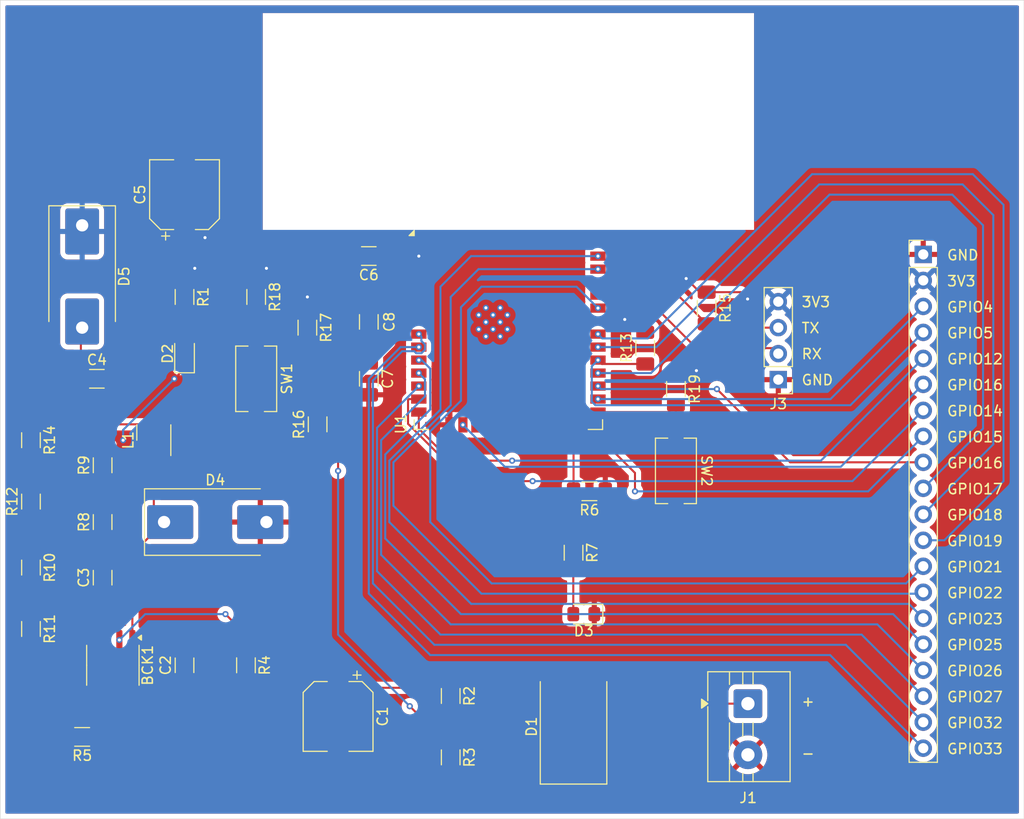
<source format=kicad_pcb>
(kicad_pcb (version 20241229) (generator "pcbnew") (generator_version "9.0")
  (layers (0 "F.Cu" signal) (2 "B.Cu" signal) (13 "F.Paste" user) (15 "B.Paste" user) (5 "F.SilkS" user "F.Silkscreen") (7 "B.SilkS" user "B.Silkscreen") (1 "F.Mask" user) (3 "B.Mask" user) (25 "Edge.Cuts" user))
  (net 0 "")
  (net 1 "Net-(BCK1-EN)")
  (net 2 "Vbattery")
  (net 3 "Net-(BCK1-FREQ)")
  (net 4 "GND")
  (net 5 "Net-(BCK1-SW)")
  (net 6 "Net-(BCK1-COMP)")
  (net 7 "Net-(BCK1-FB)")
  (net 8 "Net-(BCK1-BST)")
  (net 9 "Net-(C3-Pad2)")
  (net 10 "Net-(D5-A)")
  (net 11 "3V3")
  (net 12 "GPIO35")
  (net 13 "GPIO34")
  (net 14 "Net-(D2-A)")
  (net 15 "Net-(D3-A)")
  (net 16 "TX{slash}GPIO1")
  (net 17 "RX{slash}GPIO3")
  (net 18 "Vdivider")
  (net 19 "GPIO2")
  (net 20 "Net-(R8-Pad2)")
  (net 21 "Net-(R10-Pad2)")
  (net 22 "Net-(R12-Pad2)")
  (net 23 "GPIO5")
  (net 24 "EN")
  (net 25 "GPIO0")
  (net 26 "GPIO19")
  (net 29 "GPIO18")
  (net 30 "GPIO27")
  (net 31 "SENSOR_VP")
  (net 33 "GPIO15")
  (net 34 "GPIO32")
  (net 35 "SENSOR_VN")
  (net 36 "GPIO4")
  (net 38 "GPIO25")
  (net 39 "GPIO23")
  (net 40 "GPIO21")
  (net 41 "GPIO12")
  (net 42 "GPIO14")
  (net 43 "GPIO22")
  (net 45 "GPIO17")
  (net 46 "GPIO26")
  (net 48 "GPIO33")
  (net 49 "GPIO13")
  (net 50 "GPIO16")
  (footprint "Capacitor_SMD:CP_Elec_6.3x5.4" (layer "F.Cu") (at 123 126.8 -90)
    (property "Reference" "C1")
    (property "Value" "47u")
  )
  (footprint "Resistor_SMD:R_1206_3216Metric_Pad1.30x1.75mm_HandSolder" (layer "F.Cu") (at 147.55 104.8 180)
    (property "Reference" "R6")
    (property "Value" "10k")
  )
  (footprint "Resistor_SMD:R_1206_3216Metric_Pad1.30x1.75mm_HandSolder" (layer "F.Cu") (at 153 90.8 90)
    (property "Reference" "R13")
    (property "Value" "10k")
  )
  (footprint "Connector_PinHeader_2.54mm:PinHeader_1x20_P2.54mm_Vertical" (layer "F.Cu") (at 180.159037 81.642117)
    (property "Reference" "J2" (hide yes))
    (property "Value" "GPIO pins")
  )
  (footprint "Resistor_SMD:R_1206_3216Metric_Pad1.30x1.75mm_HandSolder" (layer "F.Cu") (at 114 121.8 -90)
    (property "Reference" "R4")
    (property "Value" "100k")
  )
  (footprint "RF_Module:ESP32-WROOM-32E" (layer "F.Cu") (at 139.635 85.8)
    (property "Reference" "U1")
    (property "Value" "ESP32-WROOM-32E")
  )
  (footprint "Capacitor_SMD:C_1206_3216Metric_Pad1.33x1.80mm_HandSolder" (layer "F.Cu") (at 126 81.8 180)
    (property "Reference" "C6")
    (property "Value" "100n")
  )
  (footprint "Resistor_SMD:R_1206_3216Metric_Pad1.30x1.75mm_HandSolder" (layer "F.Cu") (at 93 112.25 -90)
    (property "Reference" "R10")
    (property "Value" "39k")
  )
  (footprint "Capacitor_SMD:CP_Elec_6.3x5.4" (layer "F.Cu") (at 108 75.8 90)
    (property "Reference" "C5")
    (property "Value" "47u")
  )
  (footprint "Resistor_SMD:R_1206_3216Metric_Pad1.30x1.75mm_HandSolder" (layer "F.Cu") (at 134 124.8 -90)
    (property "Reference" "R2")
    (property "Value" "100k")
  )
  (footprint "Capacitor_SMD:C_1206_3216Metric_Pad1.33x1.80mm_HandSolder" (layer "F.Cu") (at 108 121.8 90)
    (property "Reference" "C2")
    (property "Value" "100n")
  )
  (footprint "Capacitor_SMD:C_1206_3216Metric_Pad1.33x1.80mm_HandSolder" (layer "F.Cu") (at 100 113.2375 90)
    (property "Reference" "C3")
    (property "Value" "220p")
  )
  (footprint "Capacitor_SMD:C_1206_3216Metric_Pad1.33x1.80mm_HandSolder" (layer "F.Cu") (at 99.4375 93.8)
    (property "Reference" "C4")
    (property "Value" "22u")
  )
  (footprint "Resistor_SMD:R_1206_3216Metric_Pad1.30x1.75mm_HandSolder" (layer "F.Cu") (at 108 85.8 -90)
    (property "Reference" "R1")
    (property "Value" "1k")
  )
  (footprint "LED_SMD:LED_0805_2012Metric_Pad1.15x1.40mm_HandSolder" (layer "F.Cu") (at 147 116.8 180)
    (property "Reference" "D3")
    (property "Value" "BLUE")
  )
  (footprint "Resistor_SMD:R_1206_3216Metric_Pad1.30x1.75mm_HandSolder" (layer "F.Cu") (at 134 130.8 -90)
    (property "Reference" "R3")
    (property "Value" "10k")
  )
  (footprint "Button_Switch_SMD:SW_Tactile_SPST_NO_Straight_CK_PTS636Sx25SMTRLFS" (layer "F.Cu") (at 115 93.8 -90)
    (property "Reference" "SW1")
    (property "Value" "EN")
  )
  (footprint "Resistor_SMD:R_1206_3216Metric_Pad1.30x1.75mm_HandSolder" (layer "F.Cu") (at 93 118.25 -90)
    (property "Reference" "R11")
    (property "Value" "1.2k")
  )
  (footprint "Capacitor_SMD:C_1206_3216Metric_Pad1.33x1.80mm_HandSolder" (layer "F.Cu") (at 126 93.8 -90)
    (property "Reference" "C7")
    (property "Value" "100n")
  )
  (footprint "Resistor_SMD:R_1206_3216Metric_Pad1.30x1.75mm_HandSolder" (layer "F.Cu") (at 100 107.8 90)
    (property "Reference" "R8")
    (property "Value" "56k")
  )
  (footprint "Diode_SMD:D_SMB-SMC_Universal_Handsoldering" (layer "F.Cu") (at 146 127.8 90)
    (property "Reference" "D1")
    (property "Value" "D_TVS")
  )
  (footprint "TerminalBlock:TerminalBlock_MaiXu_MX126-5.0-02P_1x02_P5.00mm" (layer "F.Cu") (at 163.0325 125.55 -90)
    (property "Reference" "J1")
    (property "Value" "Battery_in")
  )
  (footprint "Diode_SMD:D_SMC-RM10_Universal_Handsoldering" (layer "F.Cu") (at 98 83.8 -90)
    (property "Reference" "D5")
    (property "Value" "D_Schottky")
  )
  (footprint "Resistor_SMD:R_1206_3216Metric_Pad1.30x1.75mm_HandSolder" (layer "F.Cu") (at 120 88.8 -90)
    (property "Reference" "R17")
    (property "Value" "1k")
  )
  (footprint "Capacitor_SMD:C_1206_3216Metric_Pad1.33x1.80mm_HandSolder" (layer "F.Cu") (at 126 88.2375 90)
    (property "Reference" "C8")
    (property "Value" "100n")
  )
  (footprint "Resistor_SMD:R_1206_3216Metric_Pad1.30x1.75mm_HandSolder" (layer "F.Cu") (at 93 105.8 90)
    (property "Reference" "R12")
    (property "Value" "56k")
  )
  (footprint "Button_Switch_SMD:SW_Tactile_SPST_NO_Straight_CK_PTS636Sx25SMTRLFS" (layer "F.Cu") (at 156 102.8 -90)
    (property "Reference" "SW2")
    (property "Value" "FLASH")
  )
  (footprint "Connector_PinHeader_2.54mm:PinHeader_1x04_P2.54mm_Vertical" (layer "F.Cu") (at 166 93.88 180)
    (property "Reference" "J3")
    (property "Value" "Program_header")
  )
  (footprint "Resistor_SMD:R_1206_3216Metric_Pad1.30x1.75mm_HandSolder" (layer "F.Cu") (at 98 128.8 180)
    (property "Reference" "R5")
    (property "Value" "200k")
  )
  (footprint "Resistor_SMD:R_1206_3216Metric_Pad1.30x1.75mm_HandSolder" (layer "F.Cu") (at 100 102.25 90)
    (property "Reference" "R9")
    (property "Value" "12k")
  )
  (footprint "Resistor_SMD:R_1206_3216Metric_Pad1.30x1.75mm_HandSolder" (layer "F.Cu") (at 115 85.8 -90)
    (property "Reference" "R18")
    (property "Value" "10k")
  )
  (footprint "LED_SMD:LED_0805_2012Metric_Pad1.15x1.40mm_HandSolder" (layer "F.Cu") (at 108 91.35 90)
    (property "Reference" "D2")
    (property "Value" "RED")
  )
  (footprint "Diode_SMD:D_SMC-RM10_Universal_Handsoldering" (layer "F.Cu") (at 111 107.8)
    (property "Reference" "D4")
    (property "Value" "D_Schottky")
  )
  (footprint "Package_SO:SOIC-8-1EP_3.9x4.9mm_P1.27mm_EP2.29x3mm" (layer "F.Cu") (at 101 121.8 -90)
    (property "Reference" "BCK1")
    (property "Value" "MP1584")
  )
  (footprint "Inductor_SMD_Wurth:L_Wurth_WE-LQSH-3012" (layer "F.Cu") (at 105 99.8 90)
    (property "Reference" "L1")
    (property "Value" "10u")
  )
  (footprint "Resistor_SMD:R_1206_3216Metric_Pad1.30x1.75mm_HandSolder" (layer "F.Cu") (at 121 98.25 90)
    (property "Reference" "R16")
    (property "Value" "1k")
  )
  (footprint "Resistor_SMD:R_1206_3216Metric_Pad1.30x1.75mm_HandSolder" (layer "F.Cu") (at 156 94.8 -90)
    (property "Reference" "R19")
    (property "Value" "10k")
  )
  (footprint "Resistor_SMD:R_1206_3216Metric_Pad1.30x1.75mm_HandSolder" (layer "F.Cu") (at 159 86.88 -90)
    (property "Reference" "R15")
    (property "Value" "10k")
  )
  (footprint "Resistor_SMD:R_1206_3216Metric_Pad1.30x1.75mm_HandSolder" (layer "F.Cu") (at 146 110.8 -90)
    (property "Reference" "R7")
    (property "Value" "1k")
  )
  (footprint "Resistor_SMD:R_1206_3216Metric_Pad1.30x1.75mm_HandSolder" (layer "F.Cu") (at 93 99.8 -90)
    (property "Reference" "R14")
    (property "Value" "68k")
  )
  (gr_rect (start 90 56.8) (end 190 136.8) (stroke (width 0.05)) (fill no) (layer "Edge.Cuts"))
  (gr_text "GPIO23" (at 182.4 117.86 0) (layer "F.SilkS") (effects (font (size 1 1)) (justify left bottom)))
  (gr_text "TX" (at 168.193737 89.423819 0) (layer "F.SilkS") (effects (font (size 1 1)) (justify left bottom)))
  (gr_text "GND" (at 168.193737 94.503819 0) (layer "F.SilkS") (effects (font (size 1 1)) (justify left bottom)))
  (gr_text "GPIO16" (at 182.4 95 0) (layer "F.SilkS") (effects (font (size 1 1)) (justify left bottom)))
  (gr_text "GPIO19" (at 182.4 110.24 0) (layer "F.SilkS") (effects (font (size 1 1)) (justify left bottom)))
  (gr_text "GPIO22" (at 182.4 115.32 0) (layer "F.SilkS") (effects (font (size 1 1)) (justify left bottom)))
  (gr_text "GPIO18" (at 182.4 107.7 0) (layer "F.SilkS") (effects (font (size 1 1)) (justify left bottom)))
  (gr_text "GND" (at 182.4 82.3 0) (layer "F.SilkS") (effects (font (size 1 1)) (justify left bottom)))
  (gr_text "GPIO25" (at 182.4 120.4 0) (layer "F.SilkS") (effects (font (size 1 1)) (justify left bottom)))
  (gr_text "RX" (at 168.193737 91.963819 0) (layer "F.SilkS") (effects (font (size 1 1)) (justify left bottom)))
  (gr_text "GPIO27" (at 182.4 125.48 0) (layer "F.SilkS") (effects (font (size 1 1)) (justify left bottom)))
  (gr_text "3V3" (at 182.4 84.84 0) (layer "F.SilkS") (effects (font (size 1 1)) (justify left bottom)))
  (gr_text "GPIO21" (at 182.4 112.78 0) (layer "F.SilkS") (effects (font (size 1 1)) (justify left bottom)))
  (gr_text "+" (at 168.187887 125.905297 0) (layer "F.SilkS") (effects (font (size 1 1)) (justify left bottom)))
  (gr_text "GPIO5" (at 182.4 89.92 0) (layer "F.SilkS") (effects (font (size 1 1)) (justify left bottom)))
  (gr_text "GPIO32" (at 182.4 128.02 0) (layer "F.SilkS") (effects (font (size 1 1)) (justify left bottom)))
  (gr_text "GPIO15" (at 182.4 100.08 0) (layer "F.SilkS") (effects (font (size 1 1)) (justify left bottom)))
  (gr_text "GPIO14" (at 182.4 97.54 0) (layer "F.SilkS") (effects (font (size 1 1)) (justify left bottom)))
  (gr_text "GPIO12" (at 182.4 92.46 0) (layer "F.SilkS") (effects (font (size 1 1)) (justify left bottom)))
  (gr_text "GPIO17" (at 182.4 105.16 0) (layer "F.SilkS") (effects (font (size 1 1)) (justify left bottom)))
  (gr_text "GPIO33" (at 182.4 130.56 0) (layer "F.SilkS") (effects (font (size 1 1)) (justify left bottom)))
  (gr_text "3V3" (at 168.193737 86.883819 0) (layer "F.SilkS") (effects (font (size 1 1)) (justify left bottom)))
  (gr_text "-" (at 168.187887 130.985297 0) (layer "F.SilkS") (effects (font (size 1 1)) (justify left bottom)))
  (gr_text "GPIO16" (at 182.4 102.62 0) (layer "F.SilkS") (effects (font (size 1 1)) (justify left bottom)))
  (gr_text "GPIO4" (at 182.4 87.38 0) (layer "F.SilkS") (effects (font (size 1 1)) (justify left bottom)))
  (gr_text "GPIO26" (at 182.4 122.94 0) (layer "F.SilkS") (effects (font (size 1 1)) (justify left bottom)))
  (segment (start 114 120.25) (end 114 118.8) (width 0.2) (layer "F.Cu") (net 1))
  (segment (start 114 118.8) (end 112 116.8) (width 0.2) (layer "F.Cu") (net 1))
  (via (at 112 116.8) (size 0.6) (drill 0.3) (layers "F.Cu" "B.Cu") (net 1))
  (via (at 101.635 119.325) (size 0.6) (drill 0.3) (layers "F.Cu" "B.Cu") (net 1))
  (segment (start 112 116.8) (end 104.16 116.8) (width 0.2) (layer "B.Cu") (net 1))
  (segment (start 104.16 116.8) (end 101.635 119.325) (width 0.2) (layer "B.Cu") (net 1))
  (segment (start 101.635 125.435) (end 103 126.8) (width 0.2) (layer "F.Cu") (net 2))
  (segment (start 135.35 124.6) (end 134 123.25) (width 0.2) (layer "F.Cu") (net 2))
  (segment (start 104 126.8) (end 110.55 126.8) (width 0.2) (layer "F.Cu") (net 2))
  (segment (start 146 124.6) (end 135.35 124.6) (width 0.2) (layer "F.Cu") (net 2))
  (segment (start 114.65 124) (end 114 123.35) (width 0.2) (layer "F.Cu") (net 2))
  (segment (start 123 124) (end 114.65 124) (width 0.2) (layer "F.Cu") (net 2))
  (segment (start 163.0325 125.55) (end 146.95 125.55) (width 0.2) (layer "F.Cu") (net 2))
  (segment (start 133.25 124) (end 134 123.25) (width 0.2) (layer "F.Cu") (net 2))
  (segment (start 110.55 126.8) (end 114 123.35) (width 0.2) (layer "F.Cu") (net 2))
  (segment (start 101.635 124.275) (end 101.635 125.435) (width 0.2) (layer "F.Cu") (net 2))
  (segment (start 146.95 125.55) (end 146 124.6) (width 0.2) (layer "F.Cu") (net 2))
  (segment (start 123 124) (end 133.25 124) (width 0.2) (layer "F.Cu") (net 2))
  (segment (start 103 126.8) (end 104 126.8) (width 0.2) (layer "F.Cu") (net 2))
  (segment (start 99.55 128.8) (end 100.365 127.985) (width 0.2) (layer "F.Cu") (net 3))
  (segment (start 100.365 127.985) (end 100.365 124.275) (width 0.2) (layer "F.Cu") (net 3))
  (segment (start 102 99.8) (end 100.9 99.8) (width 0.2) (layer "F.Cu") (net 4))
  (segment (start 100.9 99.8) (end 100 100.7) (width 0.2) (layer "F.Cu") (net 4))
  (segment (start 108 92.8) (end 107 93.8) (width 0.2) (layer "F.Cu") (net 4))
  (segment (start 108 92.375) (end 108 92.8) (width 0.2) (layer "F.Cu") (net 4))
  (via (at 102 99.8) (size 0.6) (drill 0.3) (layers "F.Cu" "B.Cu") (net 4))
  (via (at 107 93.8) (size 0.6) (drill 0.3) (layers "F.Cu" "B.Cu") (net 4))
  (segment (start 107 93.8) (end 102 98.8) (width 0.2) (layer "B.Cu") (net 4))
  (segment (start 102 98.8) (end 102 99.8) (width 0.2) (layer "B.Cu") (net 4))
  (segment (start 105 100.975) (end 105 106.8) (width 0.2) (layer "F.Cu") (net 5))
  (segment (start 108 120.2375) (end 103.8175 120.2375) (width 0.2) (layer "F.Cu") (net 5))
  (segment (start 102.905 119.325) (end 102.905 110.895) (width 0.2) (layer "F.Cu") (net 5))
  (segment (start 105 106.8) (end 106 107.8) (width 0.2) (layer "F.Cu") (net 5))
  (segment (start 103.8175 120.2375) (end 102.905 119.325) (width 0.2) (layer "F.Cu") (net 5))
  (segment (start 102.905 110.895) (end 106 107.8) (width 0.2) (layer "F.Cu") (net 5))
  (segment (start 100 115.8) (end 100.365 116.165) (width 0.2) (layer "F.Cu") (net 6))
  (segment (start 100 114.8) (end 100 115.8) (width 0.2) (layer "F.Cu") (net 6))
  (segment (start 100.365 116.165) (end 100.365 119.325) (width 0.2) (layer "F.Cu") (net 6))
  (segment (start 99.095 116.795) (end 99.095 119.325) (width 0.2) (layer "F.Cu") (net 7))
  (segment (start 93 107.35) (end 93 110.7) (width 0.2) (layer "F.Cu") (net 7))
  (segment (start 93 110.7) (end 99.095 116.795) (width 0.2) (layer "F.Cu") (net 7))
  (segment (start 103.8175 123.3625) (end 102.905 124.275) (width 0.2) (layer "F.Cu") (net 8))
  (segment (start 108 123.3625) (end 103.8175 123.3625) (width 0.2) (layer "F.Cu") (net 8))
  (segment (start 100 109.35) (end 100 111.675) (width 0.2) (layer "F.Cu") (net 9))
  (segment (start 93 98.25) (end 98 98.25) (width 0.2) (layer "F.Cu") (net 10))
  (segment (start 97.875 93.8) (end 97.875 88.925) (width 0.2) (layer "F.Cu") (net 10))
  (segment (start 97.875 88.925) (end 98 88.8) (width 0.2) (layer "F.Cu") (net 10))
  (segment (start 98 93.925) (end 97.875 93.8) (width 0.2) (layer "F.Cu") (net 10))
  (segment (start 98 98.25) (end 104.625 98.25) (width 0.2) (layer "F.Cu") (net 10))
  (segment (start 104.625 98.25) (end 105 98.625) (width 0.2) (layer "F.Cu") (net 10))
  (segment (start 98 98.25) (end 98 93.925) (width 0.2) (layer "F.Cu") (net 10))
  (segment (start 120 87.25) (end 120 85.8) (width 0.2) (layer "F.Cu") (net 11))
  (segment (start 108 84.25) (end 108 84) (width 0.2) (layer "F.Cu") (net 11))
  (segment (start 115 84.25) (end 115 84) (width 0.2) (layer "F.Cu") (net 11))
  (segment (start 108 78.6) (end 109.4 80) (width 0.2) (layer "F.Cu") (net 11))
  (segment (start 98.2 78.6) (end 98 78.8) (width 0.2) (layer "F.Cu") (net 11))
  (segment (start 108 84) (end 109 83) (width 0.2) (layer "F.Cu") (net 11))
  (segment (start 156 93.25) (end 157.75 93.25) (width 0.2) (layer "F.Cu") (net 11))
  (segment (start 109.4 80) (end 110 80) (width 0.2) (layer "F.Cu") (net 11))
  (segment (start 153 89.25) (end 151.75 88) (width 0.2) (layer "F.Cu") (net 11))
  (segment (start 158.33 85.33) (end 157 84) (width 0.2) (layer "F.Cu") (net 11))
  (segment (start 157.75 93.25) (end 158 93) (width 0.2) (layer "F.Cu") (net 11))
  (segment (start 127.8 81.8) (end 127.81 81.81) (width 0.2) (layer "F.Cu") (net 11))
  (segment (start 153 89.25) (end 153 89) (width 0.2) (layer "F.Cu") (net 11))
  (segment (start 159 85.33) (end 162.33 85.33) (width 0.2) (layer "F.Cu") (net 11))
  (segment (start 159 85.33) (end 158.33 85.33) (width 0.2) (layer "F.Cu") (net 11))
  (segment (start 159 85) (end 159 85.33) (width 0.2) (layer "F.Cu") (net 11))
  (segment (start 115 84) (end 116 83) (width 0.2) (layer "F.Cu") (net 11))
  (segment (start 108 78.6) (end 108.6 78.6) (width 0.2) (layer "F.Cu") (net 11))
  (segment (start 151.75 88) (end 151 88) (width 0.2) (layer "F.Cu") (net 11))
  (segment (start 162.33 85.33) (end 163 86) (width 0.2) (layer "F.Cu") (net 11))
  (segment (start 127.81 81.81) (end 130.885 81.81) (width 0.2) (layer "F.Cu") (net 11))
  (segment (start 127.5625 81.8) (end 129.3625 81.8) (width 0.2) (layer "F.Cu") (net 11))
  (via (at 163 86) (size 0.6) (drill 0.3) (layers "F.Cu" "B.Cu") (net 11))
  (via (at 158 93) (size 0.6) (drill 0.3) (layers "F.Cu" "B.Cu") (net 11))
  (via (at 157 84) (size 0.6) (drill 0.3) (layers "F.Cu" "B.Cu") (net 11))
  (via (at 130.885 81.81) (size 0.6) (drill 0.3) (layers "F.Cu" "B.Cu") (net 11))
  (via (at 120 85.8) (size 0.6) (drill 0.3) (layers "F.Cu" "B.Cu") (net 11))
  (via (at 151 88) (size 0.6) (drill 0.3) (layers "F.Cu" "B.Cu") (net 11))
  (via (at 110 80) (size 0.6) (drill 0.3) (layers "F.Cu" "B.Cu") (net 11))
  (via (at 109 83) (size 0.6) (drill 0.3) (layers "F.Cu" "B.Cu") (net 11))
  (via (at 116 83) (size 0.6) (drill 0.3) (layers "F.Cu" "B.Cu") (net 11))
  (segment (start 129.64 88.16) (end 128 89.8) (width 0.2) (layer "F.Cu") (net 12))
  (segment (start 128 89.8) (end 128 90.2375) (width 0.2) (layer "F.Cu") (net 12))
  (segment (start 121.5375 96.7) (end 126 92.2375) (width 0.2) (layer "F.Cu") (net 12))
  (segment (start 128 90.2375) (end 126 92.2375) (width 0.2) (layer "F.Cu") (net 12))
  (segment (start 121 96.7) (end 121.5375 96.7) (width 0.2) (layer "F.Cu") (net 12))
  (segment (start 130.885 88.16) (end 129.64 88.16) (width 0.2) (layer "F.Cu") (net 12))
  (segment (start 125.45 90.35) (end 126 89.8) (width 0.2) (layer "F.Cu") (net 13))
  (segment (start 120 90.35) (end 125.45 90.35) (width 0.2) (layer "F.Cu") (net 13))
  (segment (start 127 89.8) (end 126 89.8) (width 0.2) (layer "F.Cu") (net 13))
  (segment (start 129.91 86.89) (end 127 89.8) (width 0.2) (layer "F.Cu") (net 13))
  (segment (start 130.885 86.89) (end 129.91 86.89) (width 0.2) (layer "F.Cu") (net 13))
  (segment (start 108 90.325) (end 108 87.35) (width 0.2) (layer "F.Cu") (net 14))
  (segment (start 145.975 112.375) (end 146 112.35) (width 0.2) (layer "F.Cu") (net 15))
  (segment (start 145.975 116.8) (end 145.975 112.375) (width 0.2) (layer "F.Cu") (net 15))
  (segment (start 156.42 85.85) (end 159 88.43) (width 0.2) (layer "F.Cu") (net 16))
  (segment (start 152.55 84.35) (end 154.05 85.85) (width 0.2) (layer "F.Cu") (net 16))
  (segment (start 158.5 88.93) (end 159 88.43) (width 0.2) (layer "F.Cu") (net 16))
  (segment (start 159 88.43) (end 159.37 88.8) (width 0.2) (layer "F.Cu") (net 16))
  (segment (start 154.05 85.85) (end 156.42 85.85) (width 0.2) (layer "F.Cu") (net 16))
  (segment (start 159.37 88.8) (end 166 88.8) (width 0.2) (layer "F.Cu") (net 16))
  (segment (start 148.385 84.35) (end 152.55 84.35) (width 0.2) (layer "F.Cu") (net 16))
  (segment (start 148.385 85.62) (end 151.82 85.62) (width 0.2) (layer "F.Cu") (net 17))
  (segment (start 153.32 87.12) (end 154.32 87.12) (width 0.2) (layer "F.Cu") (net 17))
  (segment (start 158 90.8) (end 165.46 90.8) (width 0.2) (layer "F.Cu") (net 17))
  (segment (start 154.32 87.12) (end 158 90.8) (width 0.2) (layer "F.Cu") (net 17))
  (segment (start 151.82 85.62) (end 153.32 87.12) (width 0.2) (layer "F.Cu") (net 17))
  (segment (start 165.46 90.8) (end 166 91.34) (width 0.2) (layer "F.Cu") (net 17))
  (segment (start 121 99.8) (end 123 101.8) (width 0.2) (layer "F.Cu") (net 18))
  (segment (start 134 129.25) (end 134 126.35) (width 0.2) (layer "F.Cu") (net 18))
  (segment (start 123 101.8) (end 123 102.8) (width 0.2) (layer "F.Cu") (net 18))
  (segment (start 130 125.8) (end 130.55 126.35) (width 0.2) (layer "F.Cu") (net 18))
  (segment (start 130.55 126.35) (end 134 126.35) (width 0.2) (layer "F.Cu") (net 18))
  (via (at 130 125.8) (size 0.6) (drill 0.3) (layers "F.Cu" "B.Cu") (net 18))
  (via (at 123 102.8) (size 0.6) (drill 0.3) (layers "F.Cu" "B.Cu") (net 18))
  (segment (start 123 118.8) (end 130 125.8) (width 0.2) (layer "B.Cu") (net 18))
  (segment (start 123 102.8) (end 123 118.8) (width 0.2) (layer "B.Cu") (net 18))
  (segment (start 146 104.8) (end 146 98.95) (width 0.2) (layer "F.Cu") (net 19))
  (segment (start 146 109.25) (end 146 104.8) (width 0.2) (layer "F.Cu") (net 19))
  (segment (start 146 98.95) (end 145.35 98.3) (width 0.2) (layer "F.Cu") (net 19))
  (segment (start 100 103.8) (end 100 106.25) (width 0.2) (layer "F.Cu") (net 20))
  (segment (start 93 113.8) (end 93 116.7) (width 0.2) (layer "F.Cu") (net 21))
  (segment (start 93 104.25) (end 93 101.35) (width 0.2) (layer "F.Cu") (net 22))
  (segment (start 148.765 92.35) (end 148.385 91.97) (width 0.2) (layer "F.Cu") (net 23))
  (segment (start 153 92.35) (end 148.765 92.35) (width 0.2) (layer "F.Cu") (net 23))
  (via (at 148.385 91.97) (size 0.6) (drill 0.3) (layers "F.Cu" "B.Cu") (net 23))
  (segment (start 147.784 96.028943) (end 147.784 92.571) (width 0.2) (layer "B.Cu") (net 23))
  (segment (start 173.040154 96.381) (end 148.136057 96.381) (width 0.2) (layer "B.Cu") (net 23))
  (segment (start 180.159037 89.262117) (end 173.040154 96.381) (width 0.2) (layer "B.Cu") (net 23))
  (segment (start 148.136057 96.381) (end 147.784 96.028943) (width 0.2) (layer "B.Cu") (net 23))
  (segment (start 147.784 92.571) (end 148.385 91.97) (width 0.2) (layer "B.Cu") (net 23))
  (segment (start 129.935 83.08) (end 127.885 85.13) (width 0.2) (layer "F.Cu") (net 24))
  (segment (start 115 87.35) (end 117.22 85.13) (width 0.2) (layer "F.Cu") (net 24))
  (segment (start 130.885 83.08) (end 129.935 83.08) (width 0.2) (layer "F.Cu") (net 24))
  (segment (start 117.22 85.13) (end 127 85.13) (width 0.2) (layer "F.Cu") (net 24))
  (segment (start 127.885 85.13) (end 127 85.13) (width 0.2) (layer "F.Cu") (net 24))
  (segment (start 115 89.925) (end 115 87.35) (width 0.2) (layer "F.Cu") (net 24))
  (segment (start 156 96.35) (end 155.3 97.05) (width 0.2) (layer "F.Cu") (net 25))
  (segment (start 155.3 97.05) (end 148.385 97.05) (width 0.2) (layer "F.Cu") (net 25))
  (segment (start 156 96.35) (end 156 98.925) (width 0.2) (layer "F.Cu") (net 25))
  (via (at 148.385 89.43) (size 0.6) (drill 0.3) (layers "F.Cu" "B.Cu") (net 26))
  (segment (start 188 76.8) (end 185 73.8) (width 0.2) (layer "B.Cu") (net 26))
  (segment (start 185 73.8) (end 169.299943 73.8) (width 0.2) (layer "B.Cu") (net 26))
  (segment (start 180.159037 109.582117) (end 182.217883 109.582117) (width 0.2) (layer "B.Cu") (net 26))
  (segment (start 188 103.8) (end 188 76.8) (width 0.2) (layer "B.Cu") (net 26))
  (segment (start 148.806 89.851) (end 148.385 89.43) (width 0.2) (layer "B.Cu") (net 26))
  (segment (start 153.248943 89.851) (end 148.806 89.851) (width 0.2) (layer "B.Cu") (net 26))
  (segment (start 169.299943 73.8) (end 153.248943 89.851) (width 0.2) (layer "B.Cu") (net 26))
  (segment (start 182.217883 109.582117) (end 188 103.8) (width 0.2) (layer "B.Cu") (net 26))
  (via (at 148.385 90.7) (size 0.6) (drill 0.3) (layers "F.Cu" "B.Cu") (net 29))
  (segment (start 187 100.201154) (end 187 77.8) (width 0.2) (layer "B.Cu") (net 29))
  (segment (start 154.1 90.7) (end 148.385 90.7) (width 0.2) (layer "B.Cu") (net 29))
  (segment (start 187 77.8) (end 184 74.8) (width 0.2) (layer "B.Cu") (net 29))
  (segment (start 184 74.8) (end 170 74.8) (width 0.2) (layer "B.Cu") (net 29))
  (segment (start 170 74.8) (end 154.1 90.7) (width 0.2) (layer "B.Cu") (net 29))
  (segment (start 180.159037 107.042117) (end 187 100.201154) (width 0.2) (layer "B.Cu") (net 29))
  (via (at 130.885 94.51) (size 0.6) (drill 0.3) (layers "F.Cu" "B.Cu") (net 30))
  (segment (start 133 118.8) (end 126.802 112.602) (width 0.2) (layer "B.Cu") (net 30))
  (segment (start 174.13692 118.8) (end 133 118.8) (width 0.2) (layer "B.Cu") (net 30))
  (segment (start 180.159037 124.822117) (end 174.13692 118.8) (width 0.2) (layer "B.Cu") (net 30))
  (segment (start 126.802 98.593) (end 130.885 94.51) (width 0.2) (layer "B.Cu") (net 30))
  (segment (start 126.802 112.602) (end 126.802 98.593) (width 0.2) (layer "B.Cu") (net 30))
  (segment (start 152 103) (end 146 97) (width 0.2) (layer "F.Cu") (net 33))
  (segment (start 146 97) (end 144.848 97) (width 0.2) (layer "F.Cu") (net 33))
  (segment (start 144.08 98.88) (end 144.08 98.3) (width 0.2) (layer "F.Cu") (net 33))
  (segment (start 144.08 97.768) (end 144.08 98.3) (width 0.2) (layer "F.Cu") (net 33))
  (segment (start 144.848 97) (end 144.08 97.768) (width 0.2) (layer "F.Cu") (net 33))
  (segment (start 152 104.8) (end 152 103) (width 0.2) (layer "F.Cu") (net 33))
  (via (at 152 104.8) (size 0.6) (drill 0.3) (layers "F.Cu" "B.Cu") (net 33))
  (segment (start 174.781154 104.8) (end 152 104.8) (width 0.2) (layer "B.Cu") (net 33))
  (segment (start 180.159037 99.422117) (end 174.781154 104.8) (width 0.2) (layer "B.Cu") (net 33))
  (via (at 130.885 89.43) (size 0.6) (drill 0.3) (layers "F.Cu" "B.Cu") (net 34))
  (segment (start 180.159037 127.362117) (end 172.59692 119.8) (width 0.2) (layer "B.Cu") (net 34))
  (segment (start 131.486 90.948943) (end 131.486 90.451057) (width 0.2) (layer "B.Cu") (net 34))
  (segment (start 130.436057 91.101) (end 130.636057 91.301) (width 0.2) (layer "B.Cu") (net 34))
  (segment (start 130.636057 91.301) (end 131.133943 91.301) (width 0.2) (layer "B.Cu") (net 34))
  (segment (start 180.159037 127.362117) (end 179.562117 127.362117) (width 0.2) (layer "B.Cu") (net 34))
  (segment (start 132.405134 119.8) (end 126.401 113.795866) (width 0.2) (layer "B.Cu") (net 34))
  (segment (start 172.59692 119.8) (end 132.405134 119.8) (width 0.2) (layer "B.Cu") (net 34))
  (segment (start 126.401 93.9661) (end 129.2661 91.101) (width 0.2) (layer "B.Cu") (net 34))
  (segment (start 126.401 113.795866) (end 126.401 93.9661) (width 0.2) (layer "B.Cu") (net 34))
  (segment (start 131.133943 90.099) (end 131.133943 89.678943) (width 0.2) (layer "B.Cu") (net 34))
  (segment (start 131.133943 91.301) (end 131.486 90.948943) (width 0.2) (layer "B.Cu") (net 34))
  (segment (start 131.486 90.451057) (end 131.133943 90.099) (width 0.2) (layer "B.Cu") (net 34))
  (segment (start 131.133943 89.678943) (end 130.885 89.43) (width 0.2) (layer "B.Cu") (net 34))
  (segment (start 129.2661 91.101) (end 130.436057 91.101) (width 0.2) (layer "B.Cu") (net 34))
  (via (at 148.385 95.78) (size 0.6) (drill 0.3) (layers "F.Cu" "B.Cu") (net 36))
  (segment (start 171.101154 95.78) (end 148.385 95.78) (width 0.2) (layer "B.Cu") (net 36))
  (segment (start 180.159037 86.722117) (end 171.101154 95.78) (width 0.2) (layer "B.Cu") (net 36))
  (via (at 130.885 91.97) (size 0.6) (drill 0.3) (layers "F.Cu" "B.Cu") (net 38))
  (segment (start 132 92.8) (end 131.17 91.97) (width 0.2) (layer "B.Cu") (net 38))
  (segment (start 127.604 109.404) (end 127.604 101.196) (width 0.2) (layer "B.Cu") (net 38))
  (segment (start 177.21692 116.8) (end 135 116.8) (width 0.2) (layer "B.Cu") (net 38))
  (segment (start 131.17 91.97) (end 130.885 91.97) (width 0.2) (layer "B.Cu") (net 38))
  (segment (start 132 96.8) (end 132 92.8) (width 0.2) (layer "B.Cu") (net 38))
  (segment (start 135 116.8) (end 127.604 109.404) (width 0.2) (layer "B.Cu") (net 38))
  (segment (start 127.604 101.196) (end 132 96.8) (width 0.2) (layer "B.Cu") (net 38))
  (segment (start 180.159037 119.742117) (end 177.21692 116.8) (width 0.2) (layer "B.Cu") (net 38))
  (via (at 148.385 81.81) (size 0.6) (drill 0.3) (layers "F.Cu" "B.Cu") (net 39))
  (segment (start 128.005 101.8) (end 133 96.805) (width 0.2) (layer "B.Cu") (net 39))
  (segment (start 178.75692 115.8) (end 136 115.8) (width 0.2) (layer "B.Cu") (net 39))
  (segment (start 135.99 81.81) (end 148.385 81.81) (width 0.2) (layer "B.Cu") (net 39))
  (segment (start 128.005 107.805) (end 128.005 101.8) (width 0.2) (layer "B.Cu") (net 39))
  (segment (start 180.159037 117.202117) (end 178.75692 115.8) (width 0.2) (layer "B.Cu") (net 39))
  (segment (start 133 84.8) (end 135.99 81.81) (width 0.2) (layer "B.Cu") (net 39))
  (segment (start 136 115.8) (end 128.005 107.805) (width 0.2) (layer "B.Cu") (net 39))
  (segment (start 133 96.805) (end 133 84.8) (width 0.2) (layer "B.Cu") (net 39))
  (via (at 148.385 86.89) (size 0.6) (drill 0.3) (layers "F.Cu" "B.Cu") (net 40))
  (segment (start 146.295 84.8) (end 148.385 86.89) (width 0.2) (layer "B.Cu") (net 40))
  (segment (start 137 84.8) (end 146.295 84.8) (width 0.2) (layer "B.Cu") (net 40))
  (segment (start 178.481154 113.8) (end 138 113.8) (width 0.2) (layer "B.Cu") (net 40))
  (segment (start 132 107.8) (end 132 98.9392) (width 0.2) (layer "B.Cu") (net 40))
  (segment (start 138 113.8) (end 132 107.8) (width 0.2) (layer "B.Cu") (net 40))
  (segment (start 135 86.8) (end 137 84.8) (width 0.2) (layer "B.Cu") (net 40))
  (segment (start 132 98.9392) (end 135 95.9392) (width 0.2) (layer "B.Cu") (net 40))
  (segment (start 180.159037 112.122117) (end 178.481154 113.8) (width 0.2) (layer "B.Cu") (net 40))
  (segment (start 135 95.9392) (end 135 86.8) (width 0.2) (layer "B.Cu") (net 40))
  (segment (start 130.885 98.685) (end 130.885 97.05) (width 0.2) (layer "F.Cu") (net 41))
  (segment (start 140 101.8) (end 134 101.8) (width 0.2) (layer "F.Cu") (net 41))
  (segment (start 134 101.8) (end 130.885 98.685) (width 0.2) (layer "F.Cu") (net 41))
  (via (at 140 101.8) (size 0.6) (drill 0.3) (layers "F.Cu" "B.Cu") (net 41))
  (segment (start 170.161154 101.8) (end 180.159037 91.802117) (width 0.2) (layer "B.Cu") (net 41))
  (segment (start 140 101.8) (end 170.161154 101.8) (width 0.2) (layer "B.Cu") (net 41))
  (segment (start 142 103.8) (end 135.4329 103.8) (width 0.2) (layer "F.Cu") (net 42))
  (segment (start 129.834 98.2011) (end 129.834 95.881) (width 0.2) (layer "F.Cu") (net 42))
  (segment (start 135.4329 103.8) (end 129.834 98.2011) (width 0.2) (layer "F.Cu") (net 42))
  (segment (start 129.834 95.881) (end 129.935 95.78) (width 0.2) (layer "F.Cu") (net 42))
  (segment (start 129.935 95.78) (end 130.885 95.78) (width 0.2) (layer "F.Cu") (net 42))
  (via (at 142 103.8) (size 0.6) (drill 0.3) (layers "F.Cu" "B.Cu") (net 42))
  (segment (start 180.159037 96.882117) (end 173.241154 103.8) (width 0.2) (layer "B.Cu") (net 42))
  (segment (start 173.241154 103.8) (end 142 103.8) (width 0.2) (layer "B.Cu") (net 42))
  (via (at 148.385 83.08) (size 0.6) (drill 0.3) (layers "F.Cu" "B.Cu") (net 43))
  (segment (start 128.406 106.206) (end 128.406 101.9661) (width 0.2) (layer "B.Cu") (net 43))
  (segment (start 134 96.3721) (end 134 85.8) (width 0.2) (layer "B.Cu") (net 43))
  (segment (start 136.72 83.08) (end 148.385 83.08) (width 0.2) (layer "B.Cu") (net 43))
  (segment (start 180.159037 114.662117) (end 180.017809 114.803345) (width 0.2) (layer "B.Cu") (net 43))
  (segment (start 180.017809 114.803345) (end 137.003345 114.803345) (width 0.2) (layer "B.Cu") (net 43))
  (segment (start 137.003345 114.803345) (end 128.406 106.206) (width 0.2) (layer "B.Cu") (net 43))
  (segment (start 128.406 101.9661) (end 134 96.3721) (width 0.2) (layer "B.Cu") (net 43))
  (segment (start 134 85.8) (end 136.72 83.08) (width 0.2) (layer "B.Cu") (net 43))
  (via (at 148.385 93.24) (size 0.6) (drill 0.3) (layers "F.Cu" "B.Cu") (net 45))
  (segment (start 186 78.8) (end 183 75.8) (width 0.2) (layer "B.Cu") (net 45))
  (segment (start 153.56 93.24) (end 148.385 93.24) (width 0.2) (layer "B.Cu") (net 45))
  (segment (start 183 75.8) (end 171 75.8) (width 0.2) (layer "B.Cu") (net 45))
  (segment (start 186 98.661154) (end 186 78.8) (width 0.2) (layer "B.Cu") (net 45))
  (segment (start 180.159037 104.502117) (end 186 98.661154) (width 0.2) (layer "B.Cu") (net 45))
  (segment (start 171 75.8) (end 153.56 93.24) (width 0.2) (layer "B.Cu") (net 45))
  (via (at 130.885 93.24) (size 0.6) (drill 0.3) (layers "F.Cu" "B.Cu") (net 46))
  (segment (start 131.486 93.841) (end 130.885 93.24) (width 0.2) (layer "B.Cu") (net 46))
  (segment (start 127.203 111.003) (end 127.203 99.8) (width 0.2) (layer "B.Cu") (net 46))
  (segment (start 134 117.8) (end 127.203 111.003) (width 0.2) (layer "B.Cu") (net 46))
  (segment (start 131.486 95.517) (end 131.486 93.841) (width 0.2) (layer "B.Cu") (net 46))
  (segment (start 127.203 99.8) (end 131.486 95.517) (width 0.2) (layer "B.Cu") (net 46))
  (segment (start 180.159037 122.282117) (end 175.67692 117.8) (width 0.2) (layer "B.Cu") (net 46))
  (segment (start 175.67692 117.8) (end 134 117.8) (width 0.2) (layer "B.Cu") (net 46))
  (via (at 130.885 90.7) (size 0.6) (drill 0.3) (layers "F.Cu" "B.Cu") (net 48))
  (segment (start 180.159037 129.902117) (end 171.05692 120.8) (width 0.2) (layer "B.Cu") (net 48))
  (segment (start 126 93.8) (end 129.1 90.7) (width 0.2) (layer "B.Cu") (net 48))
  (segment (start 129.1 90.7) (end 130.885 90.7) (width 0.2) (layer "B.Cu") (net 48))
  (segment (start 132 120.8) (end 126 114.8) (width 0.2) (layer "B.Cu") (net 48))
  (segment (start 126 114.8) (end 126 93.8) (width 0.2) (layer "B.Cu") (net 48))
  (segment (start 171.05692 120.8) (end 132 120.8) (width 0.2) (layer "B.Cu") (net 48))
  (via (at 135.19 98.3) (size 0.6) (drill 0.3) (layers "F.Cu" "B.Cu") (net 49))
  (segment (start 139.291 102.401) (end 135.19 98.3) (width 0.2) (layer "B.Cu") (net 49))
  (segment (start 180.159037 94.342117) (end 172.100154 102.401) (width 0.2) (layer "B.Cu") (net 49))
  (segment (start 172.100154 102.401) (end 139.291 102.401) (width 0.2) (layer "B.Cu") (net 49))
  (segment (start 167.162117 101.962117) (end 160 94.8) (width 0.2) (layer "F.Cu") (net 50))
  (segment (start 180.159037 101.962117) (end 167.162117 101.962117) (width 0.2) (layer "F.Cu") (net 50))
  (via (at 160 94.8) (size 0.6) (drill 0.3) (layers "F.Cu" "B.Cu") (net 50))
  (via (at 148.385 94.51) (size 0.6) (drill 0.3) (layers "F.Cu" "B.Cu") (net 50))
  (segment (start 148.675 94.8) (end 148.385 94.51) (width 0.2) (layer "B.Cu") (net 50))
  (segment (start 160 94.8) (end 148.675 94.8) (width 0.2) (layer "B.Cu") (net 50))
  (zone (net 4) (net_name "GND") (layer "F.Cu") (connect_pads (clearance 0.5)) (min_thickness 0.25) (fill yes (thermal_gap 0.5) (thermal_bridge_width 0.5))
    (polygon (pts (xy 90 56.8) (xy 90 136.8) (xy 190 136.8) (xy 190 56.8)))
  )
  (zone (net 11) (net_name "3V3") (layer "B.Cu") (priority 1) (connect_pads (clearance 0.5)) (min_thickness 0.25) (fill yes (thermal_gap 0.5) (thermal_bridge_width 0.5))
    (polygon (pts (xy 90 56.8) (xy 90 136.8) (xy 190 136.8) (xy 190 56.8)))
  )
)
</source>
